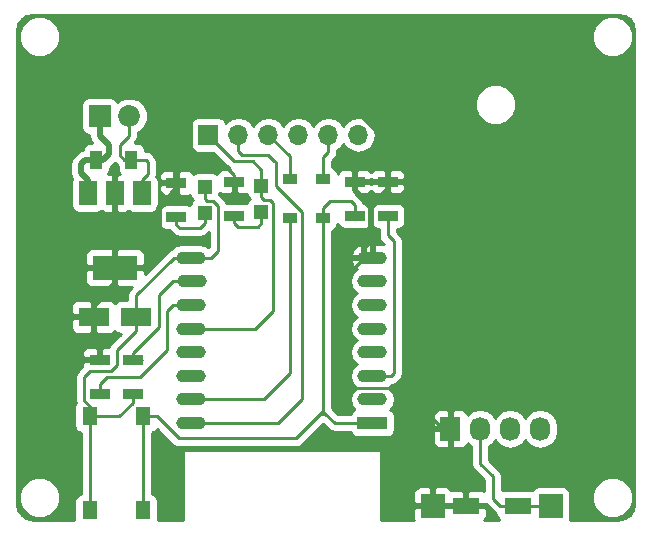
<source format=gbr>
G04 #@! TF.FileFunction,Copper,L1,Top,Signal*
%FSLAX46Y46*%
G04 Gerber Fmt 4.6, Leading zero omitted, Abs format (unit mm)*
G04 Created by KiCad (PCBNEW 4.0.7-e2-6376~61~ubuntu18.04.1) date Sat Jun  9 20:52:15 2018*
%MOMM*%
%LPD*%
G01*
G04 APERTURE LIST*
%ADD10C,0.100000*%
%ADD11R,1.700000X1.700000*%
%ADD12O,1.700000X1.700000*%
%ADD13R,1.700000X0.900000*%
%ADD14R,1.000000X1.600000*%
%ADD15R,2.600000X1.600000*%
%ADD16R,1.200000X1.200000*%
%ADD17R,1.200000X0.900000*%
%ADD18R,1.850000X1.850000*%
%ADD19C,1.850000*%
%ADD20R,2.301240X1.399540*%
%ADD21R,1.998980X1.998980*%
%ADD22R,1.300000X1.550000*%
%ADD23R,1.727200X2.032000*%
%ADD24O,1.727200X2.032000*%
%ADD25R,3.800000X2.000000*%
%ADD26R,1.500000X2.000000*%
%ADD27R,2.500000X1.100000*%
%ADD28O,2.500000X1.100000*%
%ADD29C,0.500000*%
%ADD30C,0.250000*%
%ADD31C,0.254000*%
G04 APERTURE END LIST*
D10*
D11*
X122100000Y-98700000D03*
D12*
X124640000Y-98700000D03*
X127180000Y-98700000D03*
X129720000Y-98700000D03*
X132260000Y-98700000D03*
X134800000Y-98700000D03*
D13*
X119400000Y-102750000D03*
X119400000Y-105650000D03*
D14*
X112600000Y-100800000D03*
X115600000Y-100800000D03*
D15*
X112400000Y-114100000D03*
X116000000Y-114100000D03*
D16*
X121800000Y-105300000D03*
X121800000Y-103100000D03*
D17*
X131800000Y-102450000D03*
X131800000Y-105750000D03*
X129000000Y-102450000D03*
X129000000Y-105750000D03*
D16*
X126600000Y-105200000D03*
X126600000Y-103000000D03*
D18*
X112900000Y-97100000D03*
D19*
X115400000Y-97100000D03*
D13*
X124300000Y-105550000D03*
X124300000Y-102650000D03*
X137300000Y-102650000D03*
X137300000Y-105550000D03*
X112900000Y-117750000D03*
X112900000Y-120650000D03*
X115700000Y-117750000D03*
X115700000Y-120650000D03*
X134500000Y-102650000D03*
X134500000Y-105550000D03*
D20*
X143900360Y-130100000D03*
X148299640Y-130100000D03*
D21*
X141098740Y-130100000D03*
X151101260Y-130100000D03*
D22*
X116550000Y-130480000D03*
X112050000Y-130480000D03*
X112050000Y-122520000D03*
X116550000Y-122520000D03*
D23*
X142590000Y-123600000D03*
D24*
X145130000Y-123600000D03*
X147670000Y-123600000D03*
X150210000Y-123600000D03*
D25*
X114200000Y-109950000D03*
D26*
X114200000Y-103650000D03*
X111900000Y-103650000D03*
X116500000Y-103650000D03*
D27*
X136000000Y-123100000D03*
D28*
X136000000Y-121100000D03*
X136000000Y-119100000D03*
X136000000Y-117100000D03*
X136000000Y-115100000D03*
X136000000Y-113100000D03*
X136000000Y-111100000D03*
X136000000Y-109100000D03*
X120600000Y-109100000D03*
X120700000Y-111100000D03*
X120600000Y-113100000D03*
X120600000Y-115100000D03*
X120600000Y-117100000D03*
X120600000Y-119100000D03*
X120600000Y-121100000D03*
X120600000Y-123100000D03*
D29*
X111900000Y-103650000D02*
X111900000Y-102500000D01*
X111900000Y-102500000D02*
X111300000Y-101900000D01*
X111300000Y-101900000D02*
X111300000Y-101200000D01*
X111300000Y-101200000D02*
X111700000Y-100800000D01*
X111700000Y-100800000D02*
X112600000Y-100800000D01*
X112600000Y-100800000D02*
X113200000Y-100800000D01*
X113200000Y-100800000D02*
X113700000Y-100300000D01*
X113700000Y-100300000D02*
X113700000Y-99600000D01*
X113700000Y-99600000D02*
X112900000Y-98800000D01*
X112900000Y-98800000D02*
X112900000Y-97100000D01*
D30*
X111300000Y-101900000D02*
X111300000Y-101200000D01*
X111900000Y-102500000D02*
X111300000Y-101900000D01*
X111900000Y-103650000D02*
X111900000Y-102700000D01*
X111300000Y-101200000D02*
X111700000Y-100800000D01*
X111700000Y-100800000D02*
X112600000Y-100800000D01*
X112900000Y-98800000D02*
X112900000Y-97100000D01*
X113700000Y-99600000D02*
X112900000Y-98800000D01*
X113700000Y-100300000D02*
X113700000Y-99600000D01*
X113200000Y-100800000D02*
X113700000Y-100300000D01*
X121800000Y-103100000D02*
X121800000Y-104100000D01*
X122300000Y-109100000D02*
X121300000Y-109100000D01*
X122900000Y-108500000D02*
X122300000Y-109100000D01*
X122900000Y-104700000D02*
X122900000Y-108500000D01*
X122500000Y-104300000D02*
X122900000Y-104700000D01*
X122000000Y-104300000D02*
X122500000Y-104300000D01*
X121800000Y-104100000D02*
X122000000Y-104300000D01*
X112050000Y-122520000D02*
X112050000Y-121650000D01*
X111600000Y-119200000D02*
X112100000Y-118700000D01*
X111600000Y-121200000D02*
X111600000Y-119200000D01*
X112050000Y-121650000D02*
X111600000Y-121200000D01*
X112050000Y-122520000D02*
X114580000Y-122520000D01*
X115700000Y-121400000D02*
X115700000Y-120650000D01*
X114580000Y-122520000D02*
X115700000Y-121400000D01*
X116000000Y-112300000D02*
X119200000Y-109100000D01*
X116000000Y-114100000D02*
X116000000Y-112300000D01*
X119200000Y-109100000D02*
X121300000Y-109100000D01*
X117000000Y-101100000D02*
X117000000Y-101000000D01*
X117000000Y-101000000D02*
X116800000Y-100800000D01*
X117000000Y-101500000D02*
X117000000Y-101100000D01*
X116800000Y-100800000D02*
X116600000Y-100800000D01*
X112050000Y-130480000D02*
X112050000Y-122520000D01*
X112050000Y-122520000D02*
X112050000Y-121950000D01*
X114400000Y-116900000D02*
X116000000Y-115300000D01*
X114400000Y-118200000D02*
X114400000Y-116900000D01*
X112100000Y-118700000D02*
X113900000Y-118700000D01*
X113900000Y-118700000D02*
X114400000Y-118200000D01*
X116000000Y-115300000D02*
X116000000Y-114100000D01*
X119350000Y-109100000D02*
X121300000Y-109100000D01*
X116500000Y-103650000D02*
X116500000Y-102500000D01*
X116600000Y-100800000D02*
X115600000Y-100800000D01*
X117000000Y-102000000D02*
X117000000Y-101500000D01*
X116500000Y-102500000D02*
X117000000Y-102000000D01*
X115600000Y-100800000D02*
X115000000Y-100800000D01*
X115400000Y-98800000D02*
X115400000Y-97100000D01*
X114600000Y-99600000D02*
X115400000Y-98800000D01*
X114600000Y-100400000D02*
X114600000Y-99600000D01*
X115000000Y-100800000D02*
X114600000Y-100400000D01*
D29*
X135900000Y-104800000D02*
X134800000Y-103700000D01*
X134500000Y-103400000D02*
X134500000Y-102650000D01*
X134800000Y-103700000D02*
X134500000Y-103400000D01*
X135300000Y-109100000D02*
X135300000Y-108200000D01*
X137300000Y-103400000D02*
X137300000Y-102650000D01*
X135900000Y-104800000D02*
X137300000Y-103400000D01*
X135900000Y-107600000D02*
X135900000Y-104800000D01*
X135300000Y-108200000D02*
X135900000Y-107600000D01*
X137300000Y-102650000D02*
X137300000Y-99200000D01*
X119400000Y-98700000D02*
X121100000Y-97000000D01*
X121100000Y-97000000D02*
X135100000Y-97000000D01*
X119400000Y-101000000D02*
X119400000Y-98700000D01*
X137300000Y-99200000D02*
X135100000Y-97000000D01*
D30*
X119700000Y-101300000D02*
X119400000Y-101600000D01*
X119800000Y-101300000D02*
X119700000Y-101300000D01*
X119700000Y-101300000D02*
X119400000Y-101000000D01*
X124300000Y-102650000D02*
X124300000Y-102100000D01*
X123500000Y-101300000D02*
X119800000Y-101300000D01*
X119800000Y-101300000D02*
X119400000Y-101300000D01*
X124300000Y-102100000D02*
X123500000Y-101300000D01*
D29*
X119400000Y-102750000D02*
X119400000Y-101600000D01*
X119400000Y-101600000D02*
X119400000Y-101300000D01*
X119400000Y-101300000D02*
X119400000Y-101000000D01*
X112400000Y-114100000D02*
X112400000Y-116300000D01*
X112400000Y-116300000D02*
X112900000Y-116800000D01*
X112900000Y-116800000D02*
X112900000Y-117750000D01*
X112400000Y-114100000D02*
X112400000Y-113100000D01*
X112400000Y-113100000D02*
X114200000Y-111300000D01*
X114200000Y-111300000D02*
X114200000Y-109950000D01*
X114200000Y-109950000D02*
X114200000Y-103650000D01*
X114200000Y-109950000D02*
X116750000Y-109950000D01*
X116750000Y-109950000D02*
X117900000Y-108800000D01*
X117900000Y-108800000D02*
X117900000Y-104900000D01*
X117900000Y-104900000D02*
X119400000Y-103400000D01*
X119400000Y-103400000D02*
X119400000Y-102750000D01*
D30*
X137300000Y-102650000D02*
X137300000Y-102800000D01*
X134500000Y-103000000D02*
X134500000Y-102650000D01*
X133600000Y-110800000D02*
X135300000Y-109100000D01*
X133600000Y-119200000D02*
X133600000Y-110800000D01*
X134500000Y-120100000D02*
X133600000Y-119200000D01*
X138500000Y-120100000D02*
X134500000Y-120100000D01*
X142000000Y-123600000D02*
X138500000Y-120100000D01*
X142590000Y-123600000D02*
X142000000Y-123600000D01*
X142590000Y-126810000D02*
X142590000Y-123600000D01*
X141098740Y-128301260D02*
X142590000Y-126810000D01*
X141098740Y-130100000D02*
X141098740Y-128301260D01*
X119300000Y-102750000D02*
X119300000Y-103300000D01*
X117900000Y-104700000D02*
X117900000Y-107200000D01*
X119300000Y-103300000D02*
X117900000Y-104700000D01*
X117900000Y-107200000D02*
X117900000Y-107400000D01*
X117900000Y-107400000D02*
X117900000Y-107600000D01*
X117900000Y-107600000D02*
X117900000Y-108800000D01*
X117900000Y-108800000D02*
X116750000Y-109950000D01*
X112400000Y-113100000D02*
X114200000Y-111300000D01*
X114200000Y-111300000D02*
X114200000Y-109950000D01*
X112900000Y-117750000D02*
X112900000Y-116800000D01*
X112900000Y-116800000D02*
X112400000Y-116300000D01*
X114200000Y-109950000D02*
X114250000Y-109950000D01*
X119300000Y-102750000D02*
X119700000Y-102750000D01*
X112400000Y-114100000D02*
X112400000Y-114800000D01*
X141098740Y-130100000D02*
X141098740Y-129201260D01*
X143900360Y-130100000D02*
X141098740Y-130100000D01*
X119400000Y-105650000D02*
X119400000Y-106300000D01*
X121800000Y-106200000D02*
X121800000Y-105300000D01*
X121400000Y-106600000D02*
X121800000Y-106200000D01*
X119700000Y-106600000D02*
X121400000Y-106600000D01*
X119400000Y-106300000D02*
X119700000Y-106600000D01*
X119400000Y-105650000D02*
X119400000Y-105900000D01*
X121800000Y-105600000D02*
X121800000Y-105300000D01*
X121500000Y-105300000D02*
X121600000Y-105400000D01*
X131800000Y-102450000D02*
X131800000Y-100600000D01*
X132260000Y-100140000D02*
X132260000Y-98700000D01*
X131800000Y-100600000D02*
X132260000Y-100140000D01*
X132200000Y-98760000D02*
X132260000Y-98700000D01*
X116550000Y-122520000D02*
X117720000Y-122520000D01*
X119600000Y-124400000D02*
X119900000Y-124400000D01*
X117720000Y-122520000D02*
X119600000Y-124400000D01*
X131800000Y-105750000D02*
X131800000Y-104900000D01*
X134200000Y-104300000D02*
X134500000Y-104600000D01*
X132400000Y-104300000D02*
X134200000Y-104300000D01*
X131800000Y-104900000D02*
X132400000Y-104300000D01*
X132000000Y-122300000D02*
X131600000Y-122300000D01*
X131700000Y-122300000D02*
X131700000Y-122200000D01*
X131600000Y-122300000D02*
X131700000Y-122300000D01*
X135300000Y-123100000D02*
X132800000Y-123100000D01*
X132800000Y-123100000D02*
X132000000Y-122300000D01*
X132000000Y-122300000D02*
X131800000Y-122100000D01*
X127000000Y-124400000D02*
X129500000Y-124400000D01*
X129500000Y-124400000D02*
X131700000Y-122200000D01*
X119900000Y-124400000D02*
X127000000Y-124400000D01*
X131800000Y-122100000D02*
X131800000Y-119400000D01*
X131700000Y-122200000D02*
X131800000Y-122100000D01*
X131800000Y-105750000D02*
X131800000Y-119400000D01*
X134500000Y-104600000D02*
X134500000Y-105550000D01*
X116550000Y-130480000D02*
X116550000Y-122520000D01*
X127180000Y-99380000D02*
X127180000Y-98700000D01*
X129000000Y-102450000D02*
X129000000Y-100520000D01*
X129000000Y-100520000D02*
X127180000Y-98700000D01*
X127200000Y-98720000D02*
X127180000Y-98700000D01*
X129000000Y-105750000D02*
X129000000Y-118900000D01*
X126800000Y-121100000D02*
X121300000Y-121100000D01*
X129000000Y-118900000D02*
X126800000Y-121100000D01*
X124300000Y-105550000D02*
X124300000Y-106200000D01*
X126600000Y-106200000D02*
X126600000Y-105200000D01*
X126300000Y-106500000D02*
X126600000Y-106200000D01*
X124600000Y-106500000D02*
X126300000Y-106500000D01*
X124300000Y-106200000D02*
X124600000Y-106500000D01*
X127600000Y-105300000D02*
X127600000Y-104500000D01*
X126600000Y-104000000D02*
X126600000Y-103000000D01*
X126800000Y-104200000D02*
X126600000Y-104000000D01*
X127300000Y-104200000D02*
X126800000Y-104200000D01*
X127600000Y-104500000D02*
X127300000Y-104200000D01*
X122400000Y-115100000D02*
X126100000Y-115100000D01*
X127600000Y-113600000D02*
X127600000Y-110400000D01*
X126100000Y-115100000D02*
X127600000Y-113600000D01*
X126600000Y-103000000D02*
X126600000Y-103363602D01*
X127600000Y-105300000D02*
X127600000Y-110400000D01*
X126600000Y-101650000D02*
X125850000Y-100900000D01*
X124300000Y-100900000D02*
X122100000Y-98700000D01*
X126600000Y-103000000D02*
X126600000Y-101650000D01*
X125850000Y-100900000D02*
X124300000Y-100900000D01*
X122400000Y-115100000D02*
X121300000Y-115100000D01*
X121300000Y-115100000D02*
X121600000Y-115100000D01*
X123000000Y-123100000D02*
X128000000Y-123100000D01*
X130000000Y-121100000D02*
X130000000Y-118600000D01*
X128000000Y-123100000D02*
X130000000Y-121100000D01*
X130000000Y-106700000D02*
X130000000Y-105200000D01*
X130000000Y-118600000D02*
X130000000Y-106700000D01*
X124640000Y-100040000D02*
X124640000Y-98700000D01*
X125000000Y-100400000D02*
X124640000Y-100040000D01*
X127200000Y-100400000D02*
X125000000Y-100400000D01*
X127700000Y-100900000D02*
X127200000Y-100400000D01*
X130000000Y-105200000D02*
X127800000Y-103000000D01*
X127800000Y-103000000D02*
X127800000Y-101000000D01*
X127800000Y-101000000D02*
X127700000Y-100900000D01*
X121300000Y-123100000D02*
X123000000Y-123100000D01*
X137300000Y-105550000D02*
X137300000Y-107200000D01*
X137300000Y-107200000D02*
X137800000Y-107700000D01*
X137800000Y-118900000D02*
X137800000Y-107700000D01*
X137600000Y-119100000D02*
X137800000Y-118900000D01*
X135300000Y-119100000D02*
X137600000Y-119100000D01*
X112900000Y-120650000D02*
X112900000Y-119800000D01*
X119100000Y-113100000D02*
X121300000Y-113100000D01*
X113500000Y-119200000D02*
X116300000Y-119200000D01*
X118600000Y-113600000D02*
X119100000Y-113100000D01*
X118600000Y-116900000D02*
X118600000Y-113600000D01*
X116300000Y-119200000D02*
X118600000Y-116900000D01*
X112900000Y-119800000D02*
X113500000Y-119200000D01*
X112900000Y-120650000D02*
X112900000Y-120300000D01*
X120400000Y-113100000D02*
X121300000Y-113100000D01*
X115700000Y-117750000D02*
X115700000Y-117200000D01*
X117900000Y-115000000D02*
X117900000Y-112300000D01*
X115700000Y-117200000D02*
X117900000Y-115000000D01*
X119100000Y-111100000D02*
X121300000Y-111100000D01*
X117900000Y-112300000D02*
X119100000Y-111100000D01*
X115700000Y-117750000D02*
X116450000Y-117750000D01*
X145130000Y-123600000D02*
X145130000Y-126530000D01*
X146800000Y-130100000D02*
X148299640Y-130100000D01*
X146200000Y-129500000D02*
X146800000Y-130100000D01*
X146200000Y-127600000D02*
X146200000Y-129500000D01*
X145130000Y-126530000D02*
X146200000Y-127600000D01*
X148299640Y-130100000D02*
X151101260Y-130100000D01*
D31*
G36*
X157388338Y-88621046D02*
X157802333Y-88897669D01*
X158078953Y-89311660D01*
X158190000Y-89869931D01*
X158190000Y-129930069D01*
X158078953Y-130488340D01*
X157802333Y-130902331D01*
X157388338Y-131178954D01*
X156830069Y-131290000D01*
X152709611Y-131290000D01*
X152748190Y-131099490D01*
X152748190Y-129743599D01*
X154564699Y-129743599D01*
X154828281Y-130381515D01*
X155315918Y-130870004D01*
X155953373Y-131134699D01*
X156643599Y-131135301D01*
X157281515Y-130871719D01*
X157770004Y-130384082D01*
X158034699Y-129746627D01*
X158035301Y-129056401D01*
X157771719Y-128418485D01*
X157284082Y-127929996D01*
X156646627Y-127665301D01*
X155956401Y-127664699D01*
X155318485Y-127928281D01*
X154829996Y-128415918D01*
X154565301Y-129053373D01*
X154564699Y-129743599D01*
X152748190Y-129743599D01*
X152748190Y-129100510D01*
X152703912Y-128865193D01*
X152564840Y-128649069D01*
X152352640Y-128504079D01*
X152100750Y-128453070D01*
X150101770Y-128453070D01*
X149866453Y-128497348D01*
X149650329Y-128636420D01*
X149556163Y-128774236D01*
X149450260Y-128752790D01*
X147149020Y-128752790D01*
X146960000Y-128788357D01*
X146960000Y-127600000D01*
X146902148Y-127309161D01*
X146737401Y-127062599D01*
X145890000Y-126215198D01*
X145890000Y-125044648D01*
X146189670Y-124844415D01*
X146400000Y-124529634D01*
X146610330Y-124844415D01*
X147096511Y-125169271D01*
X147670000Y-125283345D01*
X148243489Y-125169271D01*
X148729670Y-124844415D01*
X148940000Y-124529634D01*
X149150330Y-124844415D01*
X149636511Y-125169271D01*
X150210000Y-125283345D01*
X150783489Y-125169271D01*
X151269670Y-124844415D01*
X151594526Y-124358234D01*
X151708600Y-123784745D01*
X151708600Y-123415255D01*
X151594526Y-122841766D01*
X151269670Y-122355585D01*
X150783489Y-122030729D01*
X150210000Y-121916655D01*
X149636511Y-122030729D01*
X149150330Y-122355585D01*
X148940000Y-122670366D01*
X148729670Y-122355585D01*
X148243489Y-122030729D01*
X147670000Y-121916655D01*
X147096511Y-122030729D01*
X146610330Y-122355585D01*
X146400000Y-122670366D01*
X146189670Y-122355585D01*
X145703489Y-122030729D01*
X145130000Y-121916655D01*
X144556511Y-122030729D01*
X144070330Y-122355585D01*
X144055500Y-122377780D01*
X143991927Y-122224302D01*
X143813299Y-122045673D01*
X143579910Y-121949000D01*
X142875750Y-121949000D01*
X142717000Y-122107750D01*
X142717000Y-123473000D01*
X142737000Y-123473000D01*
X142737000Y-123727000D01*
X142717000Y-123727000D01*
X142717000Y-125092250D01*
X142875750Y-125251000D01*
X143579910Y-125251000D01*
X143813299Y-125154327D01*
X143991927Y-124975698D01*
X144055500Y-124822220D01*
X144070330Y-124844415D01*
X144370000Y-125044648D01*
X144370000Y-126530000D01*
X144427852Y-126820839D01*
X144592599Y-127067401D01*
X145440000Y-127914802D01*
X145440000Y-128891225D01*
X145410678Y-128861903D01*
X145177289Y-128765230D01*
X144186110Y-128765230D01*
X144027360Y-128923980D01*
X144027360Y-129973000D01*
X145527230Y-129973000D01*
X145582582Y-129917648D01*
X145662599Y-130037401D01*
X146262599Y-130637401D01*
X146501580Y-130797083D01*
X146501580Y-130799770D01*
X146545858Y-131035087D01*
X146684930Y-131251211D01*
X146741700Y-131290000D01*
X145458775Y-131290000D01*
X145589307Y-131159469D01*
X145685980Y-130926080D01*
X145685980Y-130385750D01*
X145527230Y-130227000D01*
X144027360Y-130227000D01*
X144027360Y-130247000D01*
X143773360Y-130247000D01*
X143773360Y-130227000D01*
X141225740Y-130227000D01*
X141225740Y-130247000D01*
X140971740Y-130247000D01*
X140971740Y-130227000D01*
X139623000Y-130227000D01*
X139464250Y-130385750D01*
X139464250Y-131225800D01*
X139490843Y-131290000D01*
X136727000Y-131290000D01*
X136727000Y-128974200D01*
X139464250Y-128974200D01*
X139464250Y-129814250D01*
X139623000Y-129973000D01*
X140971740Y-129973000D01*
X140971740Y-128624260D01*
X141225740Y-128624260D01*
X141225740Y-129973000D01*
X143773360Y-129973000D01*
X143773360Y-128923980D01*
X143614610Y-128765230D01*
X142646672Y-128765230D01*
X142636557Y-128740811D01*
X142457928Y-128562183D01*
X142224539Y-128465510D01*
X141384490Y-128465510D01*
X141225740Y-128624260D01*
X140971740Y-128624260D01*
X140812990Y-128465510D01*
X139972941Y-128465510D01*
X139739552Y-128562183D01*
X139560923Y-128740811D01*
X139464250Y-128974200D01*
X136727000Y-128974200D01*
X136727000Y-125500000D01*
X136718315Y-125453841D01*
X136691035Y-125411447D01*
X136649410Y-125383006D01*
X136600000Y-125373000D01*
X120100000Y-125373000D01*
X120053841Y-125381685D01*
X120011447Y-125408965D01*
X119983006Y-125450590D01*
X119973000Y-125500000D01*
X119973000Y-131290000D01*
X117840352Y-131290000D01*
X117847440Y-131255000D01*
X117847440Y-129705000D01*
X117803162Y-129469683D01*
X117664090Y-129253559D01*
X117451890Y-129108569D01*
X117310000Y-129079836D01*
X117310000Y-123921742D01*
X117435317Y-123898162D01*
X117651441Y-123759090D01*
X117745958Y-123620760D01*
X119062598Y-124937401D01*
X119227345Y-125047480D01*
X119309161Y-125102148D01*
X119600000Y-125160000D01*
X129500000Y-125160000D01*
X129790839Y-125102148D01*
X130037401Y-124937401D01*
X131800000Y-123174802D01*
X132262599Y-123637401D01*
X132509161Y-123802148D01*
X132800000Y-123860000D01*
X134142074Y-123860000D01*
X134146838Y-123885317D01*
X134285910Y-124101441D01*
X134498110Y-124246431D01*
X134750000Y-124297440D01*
X137250000Y-124297440D01*
X137485317Y-124253162D01*
X137701441Y-124114090D01*
X137846431Y-123901890D01*
X137849699Y-123885750D01*
X141091400Y-123885750D01*
X141091400Y-124742309D01*
X141188073Y-124975698D01*
X141366701Y-125154327D01*
X141600090Y-125251000D01*
X142304250Y-125251000D01*
X142463000Y-125092250D01*
X142463000Y-123727000D01*
X141250150Y-123727000D01*
X141091400Y-123885750D01*
X137849699Y-123885750D01*
X137897440Y-123650000D01*
X137897440Y-122550000D01*
X137880071Y-122457691D01*
X141091400Y-122457691D01*
X141091400Y-123314250D01*
X141250150Y-123473000D01*
X142463000Y-123473000D01*
X142463000Y-122107750D01*
X142304250Y-121949000D01*
X141600090Y-121949000D01*
X141366701Y-122045673D01*
X141188073Y-122224302D01*
X141091400Y-122457691D01*
X137880071Y-122457691D01*
X137853162Y-122314683D01*
X137714090Y-122098559D01*
X137526385Y-121970306D01*
X137574851Y-121937922D01*
X137831726Y-121553480D01*
X137921929Y-121100000D01*
X137831726Y-120646520D01*
X137574851Y-120262078D01*
X137332283Y-120100000D01*
X137574851Y-119937922D01*
X137631042Y-119853825D01*
X137890839Y-119802148D01*
X138137401Y-119637401D01*
X138337401Y-119437401D01*
X138502148Y-119190839D01*
X138560000Y-118900000D01*
X138560000Y-107700000D01*
X138502148Y-107409161D01*
X138337401Y-107162599D01*
X138060000Y-106885198D01*
X138060000Y-106647440D01*
X138150000Y-106647440D01*
X138385317Y-106603162D01*
X138601441Y-106464090D01*
X138746431Y-106251890D01*
X138797440Y-106000000D01*
X138797440Y-105100000D01*
X138753162Y-104864683D01*
X138614090Y-104648559D01*
X138401890Y-104503569D01*
X138150000Y-104452560D01*
X136450000Y-104452560D01*
X136214683Y-104496838D01*
X135998559Y-104635910D01*
X135899367Y-104781083D01*
X135814090Y-104648559D01*
X135601890Y-104503569D01*
X135350000Y-104452560D01*
X135230672Y-104452560D01*
X135202148Y-104309161D01*
X135037401Y-104062599D01*
X134737401Y-103762599D01*
X134627002Y-103688833D01*
X134627002Y-103576252D01*
X134785750Y-103735000D01*
X135476310Y-103735000D01*
X135709699Y-103638327D01*
X135888327Y-103459698D01*
X135900000Y-103431517D01*
X135911673Y-103459698D01*
X136090301Y-103638327D01*
X136323690Y-103735000D01*
X137014250Y-103735000D01*
X137173000Y-103576250D01*
X137173000Y-102777000D01*
X137427000Y-102777000D01*
X137427000Y-103576250D01*
X137585750Y-103735000D01*
X138276310Y-103735000D01*
X138509699Y-103638327D01*
X138688327Y-103459698D01*
X138785000Y-103226309D01*
X138785000Y-102935750D01*
X138626250Y-102777000D01*
X137427000Y-102777000D01*
X137173000Y-102777000D01*
X135973750Y-102777000D01*
X135900000Y-102850750D01*
X135826250Y-102777000D01*
X134627000Y-102777000D01*
X134627000Y-102797000D01*
X134373000Y-102797000D01*
X134373000Y-102777000D01*
X134353000Y-102777000D01*
X134353000Y-102523000D01*
X134373000Y-102523000D01*
X134373000Y-101723750D01*
X134627000Y-101723750D01*
X134627000Y-102523000D01*
X135826250Y-102523000D01*
X135900000Y-102449250D01*
X135973750Y-102523000D01*
X137173000Y-102523000D01*
X137173000Y-101723750D01*
X137427000Y-101723750D01*
X137427000Y-102523000D01*
X138626250Y-102523000D01*
X138785000Y-102364250D01*
X138785000Y-102073691D01*
X138688327Y-101840302D01*
X138509699Y-101661673D01*
X138276310Y-101565000D01*
X137585750Y-101565000D01*
X137427000Y-101723750D01*
X137173000Y-101723750D01*
X137014250Y-101565000D01*
X136323690Y-101565000D01*
X136090301Y-101661673D01*
X135911673Y-101840302D01*
X135900000Y-101868483D01*
X135888327Y-101840302D01*
X135709699Y-101661673D01*
X135476310Y-101565000D01*
X134785750Y-101565000D01*
X134627000Y-101723750D01*
X134373000Y-101723750D01*
X134214250Y-101565000D01*
X133523690Y-101565000D01*
X133290301Y-101661673D01*
X133111673Y-101840302D01*
X133046841Y-101996819D01*
X133003162Y-101764683D01*
X132864090Y-101548559D01*
X132651890Y-101403569D01*
X132560000Y-101384961D01*
X132560000Y-100914802D01*
X132797401Y-100677401D01*
X132962148Y-100430840D01*
X133020000Y-100140000D01*
X133020000Y-99972954D01*
X133310054Y-99779147D01*
X133530000Y-99449974D01*
X133749946Y-99779147D01*
X134231715Y-100101054D01*
X134800000Y-100214093D01*
X135368285Y-100101054D01*
X135850054Y-99779147D01*
X136171961Y-99297378D01*
X136285000Y-98729093D01*
X136285000Y-98670907D01*
X136171961Y-98102622D01*
X135850054Y-97620853D01*
X135368285Y-97298946D01*
X134800000Y-97185907D01*
X134231715Y-97298946D01*
X133749946Y-97620853D01*
X133530000Y-97950026D01*
X133310054Y-97620853D01*
X132828285Y-97298946D01*
X132260000Y-97185907D01*
X131691715Y-97298946D01*
X131209946Y-97620853D01*
X130990000Y-97950026D01*
X130770054Y-97620853D01*
X130288285Y-97298946D01*
X129720000Y-97185907D01*
X129151715Y-97298946D01*
X128669946Y-97620853D01*
X128450000Y-97950026D01*
X128230054Y-97620853D01*
X127748285Y-97298946D01*
X127180000Y-97185907D01*
X126611715Y-97298946D01*
X126129946Y-97620853D01*
X125910000Y-97950026D01*
X125690054Y-97620853D01*
X125208285Y-97298946D01*
X124640000Y-97185907D01*
X124071715Y-97298946D01*
X123589946Y-97620853D01*
X123562150Y-97662452D01*
X123553162Y-97614683D01*
X123414090Y-97398559D01*
X123201890Y-97253569D01*
X122950000Y-97202560D01*
X121250000Y-97202560D01*
X121014683Y-97246838D01*
X120798559Y-97385910D01*
X120653569Y-97598110D01*
X120602560Y-97850000D01*
X120602560Y-99550000D01*
X120646838Y-99785317D01*
X120785910Y-100001441D01*
X120998110Y-100146431D01*
X121250000Y-100197440D01*
X122522638Y-100197440D01*
X123762599Y-101437401D01*
X123953565Y-101565000D01*
X123323690Y-101565000D01*
X123090301Y-101661673D01*
X122911673Y-101840302D01*
X122833942Y-102027960D01*
X122651890Y-101903569D01*
X122400000Y-101852560D01*
X121200000Y-101852560D01*
X120964683Y-101896838D01*
X120811226Y-101995585D01*
X120788327Y-101940302D01*
X120609699Y-101761673D01*
X120376310Y-101665000D01*
X119685750Y-101665000D01*
X119527000Y-101823750D01*
X119527000Y-102623000D01*
X119547000Y-102623000D01*
X119547000Y-102877000D01*
X119527000Y-102877000D01*
X119527000Y-103676250D01*
X119685750Y-103835000D01*
X120376310Y-103835000D01*
X120563382Y-103757512D01*
X120596838Y-103935317D01*
X120735910Y-104151441D01*
X120805711Y-104199134D01*
X120748559Y-104235910D01*
X120603569Y-104448110D01*
X120563555Y-104645703D01*
X120501890Y-104603569D01*
X120250000Y-104552560D01*
X118550000Y-104552560D01*
X118314683Y-104596838D01*
X118098559Y-104735910D01*
X117953569Y-104948110D01*
X117902560Y-105200000D01*
X117902560Y-106100000D01*
X117946838Y-106335317D01*
X118085910Y-106551441D01*
X118298110Y-106696431D01*
X118550000Y-106747440D01*
X118802489Y-106747440D01*
X118862599Y-106837401D01*
X119162599Y-107137401D01*
X119409161Y-107302148D01*
X119700000Y-107360000D01*
X121400000Y-107360000D01*
X121690839Y-107302148D01*
X121937401Y-107137401D01*
X122140000Y-106934802D01*
X122140000Y-108185198D01*
X122107873Y-108217325D01*
X121790409Y-108005203D01*
X121336929Y-107915000D01*
X119863071Y-107915000D01*
X119409591Y-108005203D01*
X119025149Y-108262078D01*
X118938301Y-108392055D01*
X118909160Y-108397852D01*
X118662599Y-108562599D01*
X116735000Y-110490198D01*
X116735000Y-110235750D01*
X116576250Y-110077000D01*
X114327000Y-110077000D01*
X114327000Y-111426250D01*
X114485750Y-111585000D01*
X115640198Y-111585000D01*
X115462599Y-111762599D01*
X115297852Y-112009161D01*
X115240000Y-112300000D01*
X115240000Y-112652560D01*
X114700000Y-112652560D01*
X114464683Y-112696838D01*
X114248559Y-112835910D01*
X114202031Y-112904006D01*
X114059698Y-112761673D01*
X113826309Y-112665000D01*
X112685750Y-112665000D01*
X112527000Y-112823750D01*
X112527000Y-113973000D01*
X112547000Y-113973000D01*
X112547000Y-114227000D01*
X112527000Y-114227000D01*
X112527000Y-115376250D01*
X112685750Y-115535000D01*
X113826309Y-115535000D01*
X114059698Y-115438327D01*
X114200936Y-115297090D01*
X114235910Y-115351441D01*
X114448110Y-115496431D01*
X114681504Y-115543694D01*
X113862599Y-116362599D01*
X113697852Y-116609161D01*
X113686745Y-116665000D01*
X113185750Y-116665000D01*
X113027000Y-116823750D01*
X113027000Y-117623000D01*
X113047000Y-117623000D01*
X113047000Y-117877000D01*
X113027000Y-117877000D01*
X113027000Y-117897000D01*
X112773000Y-117897000D01*
X112773000Y-117877000D01*
X111573750Y-117877000D01*
X111415000Y-118035750D01*
X111415000Y-118310198D01*
X111062599Y-118662599D01*
X110897852Y-118909161D01*
X110840000Y-119200000D01*
X110840000Y-121200000D01*
X110876943Y-121385723D01*
X110803569Y-121493110D01*
X110752560Y-121745000D01*
X110752560Y-123295000D01*
X110796838Y-123530317D01*
X110935910Y-123746441D01*
X111148110Y-123891431D01*
X111290000Y-123920164D01*
X111290000Y-129078258D01*
X111164683Y-129101838D01*
X110948559Y-129240910D01*
X110803569Y-129453110D01*
X110752560Y-129705000D01*
X110752560Y-131255000D01*
X110759146Y-131290000D01*
X107269931Y-131290000D01*
X106711660Y-131178953D01*
X106297669Y-130902333D01*
X106021046Y-130488338D01*
X105910000Y-129930069D01*
X105910000Y-129743599D01*
X106064699Y-129743599D01*
X106328281Y-130381515D01*
X106815918Y-130870004D01*
X107453373Y-131134699D01*
X108143599Y-131135301D01*
X108781515Y-130871719D01*
X109270004Y-130384082D01*
X109534699Y-129746627D01*
X109535301Y-129056401D01*
X109271719Y-128418485D01*
X108784082Y-127929996D01*
X108146627Y-127665301D01*
X107456401Y-127664699D01*
X106818485Y-127928281D01*
X106329996Y-128415918D01*
X106065301Y-129053373D01*
X106064699Y-129743599D01*
X105910000Y-129743599D01*
X105910000Y-117173691D01*
X111415000Y-117173691D01*
X111415000Y-117464250D01*
X111573750Y-117623000D01*
X112773000Y-117623000D01*
X112773000Y-116823750D01*
X112614250Y-116665000D01*
X111923690Y-116665000D01*
X111690301Y-116761673D01*
X111511673Y-116940302D01*
X111415000Y-117173691D01*
X105910000Y-117173691D01*
X105910000Y-114385750D01*
X110465000Y-114385750D01*
X110465000Y-115026310D01*
X110561673Y-115259699D01*
X110740302Y-115438327D01*
X110973691Y-115535000D01*
X112114250Y-115535000D01*
X112273000Y-115376250D01*
X112273000Y-114227000D01*
X110623750Y-114227000D01*
X110465000Y-114385750D01*
X105910000Y-114385750D01*
X105910000Y-113173690D01*
X110465000Y-113173690D01*
X110465000Y-113814250D01*
X110623750Y-113973000D01*
X112273000Y-113973000D01*
X112273000Y-112823750D01*
X112114250Y-112665000D01*
X110973691Y-112665000D01*
X110740302Y-112761673D01*
X110561673Y-112940301D01*
X110465000Y-113173690D01*
X105910000Y-113173690D01*
X105910000Y-110235750D01*
X111665000Y-110235750D01*
X111665000Y-111076309D01*
X111761673Y-111309698D01*
X111940301Y-111488327D01*
X112173690Y-111585000D01*
X113914250Y-111585000D01*
X114073000Y-111426250D01*
X114073000Y-110077000D01*
X111823750Y-110077000D01*
X111665000Y-110235750D01*
X105910000Y-110235750D01*
X105910000Y-108823691D01*
X111665000Y-108823691D01*
X111665000Y-109664250D01*
X111823750Y-109823000D01*
X114073000Y-109823000D01*
X114073000Y-108473750D01*
X114327000Y-108473750D01*
X114327000Y-109823000D01*
X116576250Y-109823000D01*
X116735000Y-109664250D01*
X116735000Y-108823691D01*
X116638327Y-108590302D01*
X116459699Y-108411673D01*
X116226310Y-108315000D01*
X114485750Y-108315000D01*
X114327000Y-108473750D01*
X114073000Y-108473750D01*
X113914250Y-108315000D01*
X112173690Y-108315000D01*
X111940301Y-108411673D01*
X111761673Y-108590302D01*
X111665000Y-108823691D01*
X105910000Y-108823691D01*
X105910000Y-101200000D01*
X110414999Y-101200000D01*
X110415000Y-101200005D01*
X110415000Y-101899995D01*
X110414999Y-101900000D01*
X110464352Y-102148110D01*
X110482367Y-102238675D01*
X110571431Y-102371969D01*
X110553569Y-102398110D01*
X110502560Y-102650000D01*
X110502560Y-104650000D01*
X110546838Y-104885317D01*
X110685910Y-105101441D01*
X110898110Y-105246431D01*
X111150000Y-105297440D01*
X112650000Y-105297440D01*
X112885317Y-105253162D01*
X113049492Y-105147518D01*
X113090301Y-105188327D01*
X113323690Y-105285000D01*
X113914250Y-105285000D01*
X114073000Y-105126250D01*
X114073000Y-103777000D01*
X114053000Y-103777000D01*
X114053000Y-103523000D01*
X114073000Y-103523000D01*
X114073000Y-102173750D01*
X113914250Y-102015000D01*
X113584983Y-102015000D01*
X113696431Y-101851890D01*
X113747440Y-101600000D01*
X113747440Y-101478141D01*
X113825790Y-101425790D01*
X114188389Y-101063191D01*
X114452560Y-101327362D01*
X114452560Y-101600000D01*
X114496838Y-101835317D01*
X114612461Y-102015000D01*
X114485750Y-102015000D01*
X114327000Y-102173750D01*
X114327000Y-103523000D01*
X114347000Y-103523000D01*
X114347000Y-103777000D01*
X114327000Y-103777000D01*
X114327000Y-105126250D01*
X114485750Y-105285000D01*
X115076310Y-105285000D01*
X115309699Y-105188327D01*
X115351660Y-105146366D01*
X115498110Y-105246431D01*
X115750000Y-105297440D01*
X117250000Y-105297440D01*
X117485317Y-105253162D01*
X117701441Y-105114090D01*
X117846431Y-104901890D01*
X117897440Y-104650000D01*
X117897440Y-103035750D01*
X117915000Y-103035750D01*
X117915000Y-103326309D01*
X118011673Y-103559698D01*
X118190301Y-103738327D01*
X118423690Y-103835000D01*
X119114250Y-103835000D01*
X119273000Y-103676250D01*
X119273000Y-102877000D01*
X118073750Y-102877000D01*
X117915000Y-103035750D01*
X117897440Y-103035750D01*
X117897440Y-102650000D01*
X117853162Y-102414683D01*
X117718989Y-102206173D01*
X117725450Y-102173691D01*
X117915000Y-102173691D01*
X117915000Y-102464250D01*
X118073750Y-102623000D01*
X119273000Y-102623000D01*
X119273000Y-101823750D01*
X119114250Y-101665000D01*
X118423690Y-101665000D01*
X118190301Y-101761673D01*
X118011673Y-101940302D01*
X117915000Y-102173691D01*
X117725450Y-102173691D01*
X117760000Y-102000000D01*
X117760000Y-101000000D01*
X117702148Y-100709161D01*
X117537401Y-100462599D01*
X117337401Y-100262599D01*
X117090839Y-100097852D01*
X116800000Y-100040000D01*
X116747440Y-100040000D01*
X116747440Y-100000000D01*
X116703162Y-99764683D01*
X116564090Y-99548559D01*
X116351890Y-99403569D01*
X116100000Y-99352560D01*
X115922242Y-99352560D01*
X115937401Y-99337401D01*
X116102148Y-99090839D01*
X116160000Y-98800000D01*
X116160000Y-98473897D01*
X116282514Y-98423275D01*
X116721732Y-97984823D01*
X116959728Y-97411664D01*
X116960270Y-96791058D01*
X116816703Y-96443599D01*
X144664699Y-96443599D01*
X144928281Y-97081515D01*
X145415918Y-97570004D01*
X146053373Y-97834699D01*
X146743599Y-97835301D01*
X147381515Y-97571719D01*
X147870004Y-97084082D01*
X148134699Y-96446627D01*
X148135301Y-95756401D01*
X147871719Y-95118485D01*
X147384082Y-94629996D01*
X146746627Y-94365301D01*
X146056401Y-94364699D01*
X145418485Y-94628281D01*
X144929996Y-95115918D01*
X144665301Y-95753373D01*
X144664699Y-96443599D01*
X116816703Y-96443599D01*
X116723275Y-96217486D01*
X116284823Y-95778268D01*
X115711664Y-95540272D01*
X115091058Y-95539730D01*
X114517486Y-95776725D01*
X114399251Y-95894754D01*
X114289090Y-95723559D01*
X114076890Y-95578569D01*
X113825000Y-95527560D01*
X111975000Y-95527560D01*
X111739683Y-95571838D01*
X111523559Y-95710910D01*
X111378569Y-95923110D01*
X111327560Y-96175000D01*
X111327560Y-98025000D01*
X111371838Y-98260317D01*
X111510910Y-98476441D01*
X111723110Y-98621431D01*
X111975000Y-98672440D01*
X112015000Y-98672440D01*
X112015000Y-98799995D01*
X112014999Y-98800000D01*
X112064895Y-99050839D01*
X112082367Y-99138675D01*
X112225280Y-99352560D01*
X112100000Y-99352560D01*
X111864683Y-99396838D01*
X111648559Y-99535910D01*
X111503569Y-99748110D01*
X111460110Y-99962717D01*
X111361325Y-99982367D01*
X111074210Y-100174210D01*
X111074208Y-100174213D01*
X110674210Y-100574210D01*
X110482367Y-100861325D01*
X110482367Y-100861326D01*
X110414999Y-101200000D01*
X105910000Y-101200000D01*
X105910000Y-90743599D01*
X106064699Y-90743599D01*
X106328281Y-91381515D01*
X106815918Y-91870004D01*
X107453373Y-92134699D01*
X108143599Y-92135301D01*
X108781515Y-91871719D01*
X109270004Y-91384082D01*
X109534699Y-90746627D01*
X109534701Y-90743599D01*
X154564699Y-90743599D01*
X154828281Y-91381515D01*
X155315918Y-91870004D01*
X155953373Y-92134699D01*
X156643599Y-92135301D01*
X157281515Y-91871719D01*
X157770004Y-91384082D01*
X158034699Y-90746627D01*
X158035301Y-90056401D01*
X157771719Y-89418485D01*
X157284082Y-88929996D01*
X156646627Y-88665301D01*
X155956401Y-88664699D01*
X155318485Y-88928281D01*
X154829996Y-89415918D01*
X154565301Y-90053373D01*
X154564699Y-90743599D01*
X109534701Y-90743599D01*
X109535301Y-90056401D01*
X109271719Y-89418485D01*
X108784082Y-88929996D01*
X108146627Y-88665301D01*
X107456401Y-88664699D01*
X106818485Y-88928281D01*
X106329996Y-89415918D01*
X106065301Y-90053373D01*
X106064699Y-90743599D01*
X105910000Y-90743599D01*
X105910000Y-89869931D01*
X106021046Y-89311662D01*
X106297669Y-88897667D01*
X106711660Y-88621047D01*
X107269931Y-88510000D01*
X156830069Y-88510000D01*
X157388338Y-88621046D01*
X157388338Y-88621046D01*
G37*
X157388338Y-88621046D02*
X157802333Y-88897669D01*
X158078953Y-89311660D01*
X158190000Y-89869931D01*
X158190000Y-129930069D01*
X158078953Y-130488340D01*
X157802333Y-130902331D01*
X157388338Y-131178954D01*
X156830069Y-131290000D01*
X152709611Y-131290000D01*
X152748190Y-131099490D01*
X152748190Y-129743599D01*
X154564699Y-129743599D01*
X154828281Y-130381515D01*
X155315918Y-130870004D01*
X155953373Y-131134699D01*
X156643599Y-131135301D01*
X157281515Y-130871719D01*
X157770004Y-130384082D01*
X158034699Y-129746627D01*
X158035301Y-129056401D01*
X157771719Y-128418485D01*
X157284082Y-127929996D01*
X156646627Y-127665301D01*
X155956401Y-127664699D01*
X155318485Y-127928281D01*
X154829996Y-128415918D01*
X154565301Y-129053373D01*
X154564699Y-129743599D01*
X152748190Y-129743599D01*
X152748190Y-129100510D01*
X152703912Y-128865193D01*
X152564840Y-128649069D01*
X152352640Y-128504079D01*
X152100750Y-128453070D01*
X150101770Y-128453070D01*
X149866453Y-128497348D01*
X149650329Y-128636420D01*
X149556163Y-128774236D01*
X149450260Y-128752790D01*
X147149020Y-128752790D01*
X146960000Y-128788357D01*
X146960000Y-127600000D01*
X146902148Y-127309161D01*
X146737401Y-127062599D01*
X145890000Y-126215198D01*
X145890000Y-125044648D01*
X146189670Y-124844415D01*
X146400000Y-124529634D01*
X146610330Y-124844415D01*
X147096511Y-125169271D01*
X147670000Y-125283345D01*
X148243489Y-125169271D01*
X148729670Y-124844415D01*
X148940000Y-124529634D01*
X149150330Y-124844415D01*
X149636511Y-125169271D01*
X150210000Y-125283345D01*
X150783489Y-125169271D01*
X151269670Y-124844415D01*
X151594526Y-124358234D01*
X151708600Y-123784745D01*
X151708600Y-123415255D01*
X151594526Y-122841766D01*
X151269670Y-122355585D01*
X150783489Y-122030729D01*
X150210000Y-121916655D01*
X149636511Y-122030729D01*
X149150330Y-122355585D01*
X148940000Y-122670366D01*
X148729670Y-122355585D01*
X148243489Y-122030729D01*
X147670000Y-121916655D01*
X147096511Y-122030729D01*
X146610330Y-122355585D01*
X146400000Y-122670366D01*
X146189670Y-122355585D01*
X145703489Y-122030729D01*
X145130000Y-121916655D01*
X144556511Y-122030729D01*
X144070330Y-122355585D01*
X144055500Y-122377780D01*
X143991927Y-122224302D01*
X143813299Y-122045673D01*
X143579910Y-121949000D01*
X142875750Y-121949000D01*
X142717000Y-122107750D01*
X142717000Y-123473000D01*
X142737000Y-123473000D01*
X142737000Y-123727000D01*
X142717000Y-123727000D01*
X142717000Y-125092250D01*
X142875750Y-125251000D01*
X143579910Y-125251000D01*
X143813299Y-125154327D01*
X143991927Y-124975698D01*
X144055500Y-124822220D01*
X144070330Y-124844415D01*
X144370000Y-125044648D01*
X144370000Y-126530000D01*
X144427852Y-126820839D01*
X144592599Y-127067401D01*
X145440000Y-127914802D01*
X145440000Y-128891225D01*
X145410678Y-128861903D01*
X145177289Y-128765230D01*
X144186110Y-128765230D01*
X144027360Y-128923980D01*
X144027360Y-129973000D01*
X145527230Y-129973000D01*
X145582582Y-129917648D01*
X145662599Y-130037401D01*
X146262599Y-130637401D01*
X146501580Y-130797083D01*
X146501580Y-130799770D01*
X146545858Y-131035087D01*
X146684930Y-131251211D01*
X146741700Y-131290000D01*
X145458775Y-131290000D01*
X145589307Y-131159469D01*
X145685980Y-130926080D01*
X145685980Y-130385750D01*
X145527230Y-130227000D01*
X144027360Y-130227000D01*
X144027360Y-130247000D01*
X143773360Y-130247000D01*
X143773360Y-130227000D01*
X141225740Y-130227000D01*
X141225740Y-130247000D01*
X140971740Y-130247000D01*
X140971740Y-130227000D01*
X139623000Y-130227000D01*
X139464250Y-130385750D01*
X139464250Y-131225800D01*
X139490843Y-131290000D01*
X136727000Y-131290000D01*
X136727000Y-128974200D01*
X139464250Y-128974200D01*
X139464250Y-129814250D01*
X139623000Y-129973000D01*
X140971740Y-129973000D01*
X140971740Y-128624260D01*
X141225740Y-128624260D01*
X141225740Y-129973000D01*
X143773360Y-129973000D01*
X143773360Y-128923980D01*
X143614610Y-128765230D01*
X142646672Y-128765230D01*
X142636557Y-128740811D01*
X142457928Y-128562183D01*
X142224539Y-128465510D01*
X141384490Y-128465510D01*
X141225740Y-128624260D01*
X140971740Y-128624260D01*
X140812990Y-128465510D01*
X139972941Y-128465510D01*
X139739552Y-128562183D01*
X139560923Y-128740811D01*
X139464250Y-128974200D01*
X136727000Y-128974200D01*
X136727000Y-125500000D01*
X136718315Y-125453841D01*
X136691035Y-125411447D01*
X136649410Y-125383006D01*
X136600000Y-125373000D01*
X120100000Y-125373000D01*
X120053841Y-125381685D01*
X120011447Y-125408965D01*
X119983006Y-125450590D01*
X119973000Y-125500000D01*
X119973000Y-131290000D01*
X117840352Y-131290000D01*
X117847440Y-131255000D01*
X117847440Y-129705000D01*
X117803162Y-129469683D01*
X117664090Y-129253559D01*
X117451890Y-129108569D01*
X117310000Y-129079836D01*
X117310000Y-123921742D01*
X117435317Y-123898162D01*
X117651441Y-123759090D01*
X117745958Y-123620760D01*
X119062598Y-124937401D01*
X119227345Y-125047480D01*
X119309161Y-125102148D01*
X119600000Y-125160000D01*
X129500000Y-125160000D01*
X129790839Y-125102148D01*
X130037401Y-124937401D01*
X131800000Y-123174802D01*
X132262599Y-123637401D01*
X132509161Y-123802148D01*
X132800000Y-123860000D01*
X134142074Y-123860000D01*
X134146838Y-123885317D01*
X134285910Y-124101441D01*
X134498110Y-124246431D01*
X134750000Y-124297440D01*
X137250000Y-124297440D01*
X137485317Y-124253162D01*
X137701441Y-124114090D01*
X137846431Y-123901890D01*
X137849699Y-123885750D01*
X141091400Y-123885750D01*
X141091400Y-124742309D01*
X141188073Y-124975698D01*
X141366701Y-125154327D01*
X141600090Y-125251000D01*
X142304250Y-125251000D01*
X142463000Y-125092250D01*
X142463000Y-123727000D01*
X141250150Y-123727000D01*
X141091400Y-123885750D01*
X137849699Y-123885750D01*
X137897440Y-123650000D01*
X137897440Y-122550000D01*
X137880071Y-122457691D01*
X141091400Y-122457691D01*
X141091400Y-123314250D01*
X141250150Y-123473000D01*
X142463000Y-123473000D01*
X142463000Y-122107750D01*
X142304250Y-121949000D01*
X141600090Y-121949000D01*
X141366701Y-122045673D01*
X141188073Y-122224302D01*
X141091400Y-122457691D01*
X137880071Y-122457691D01*
X137853162Y-122314683D01*
X137714090Y-122098559D01*
X137526385Y-121970306D01*
X137574851Y-121937922D01*
X137831726Y-121553480D01*
X137921929Y-121100000D01*
X137831726Y-120646520D01*
X137574851Y-120262078D01*
X137332283Y-120100000D01*
X137574851Y-119937922D01*
X137631042Y-119853825D01*
X137890839Y-119802148D01*
X138137401Y-119637401D01*
X138337401Y-119437401D01*
X138502148Y-119190839D01*
X138560000Y-118900000D01*
X138560000Y-107700000D01*
X138502148Y-107409161D01*
X138337401Y-107162599D01*
X138060000Y-106885198D01*
X138060000Y-106647440D01*
X138150000Y-106647440D01*
X138385317Y-106603162D01*
X138601441Y-106464090D01*
X138746431Y-106251890D01*
X138797440Y-106000000D01*
X138797440Y-105100000D01*
X138753162Y-104864683D01*
X138614090Y-104648559D01*
X138401890Y-104503569D01*
X138150000Y-104452560D01*
X136450000Y-104452560D01*
X136214683Y-104496838D01*
X135998559Y-104635910D01*
X135899367Y-104781083D01*
X135814090Y-104648559D01*
X135601890Y-104503569D01*
X135350000Y-104452560D01*
X135230672Y-104452560D01*
X135202148Y-104309161D01*
X135037401Y-104062599D01*
X134737401Y-103762599D01*
X134627002Y-103688833D01*
X134627002Y-103576252D01*
X134785750Y-103735000D01*
X135476310Y-103735000D01*
X135709699Y-103638327D01*
X135888327Y-103459698D01*
X135900000Y-103431517D01*
X135911673Y-103459698D01*
X136090301Y-103638327D01*
X136323690Y-103735000D01*
X137014250Y-103735000D01*
X137173000Y-103576250D01*
X137173000Y-102777000D01*
X137427000Y-102777000D01*
X137427000Y-103576250D01*
X137585750Y-103735000D01*
X138276310Y-103735000D01*
X138509699Y-103638327D01*
X138688327Y-103459698D01*
X138785000Y-103226309D01*
X138785000Y-102935750D01*
X138626250Y-102777000D01*
X137427000Y-102777000D01*
X137173000Y-102777000D01*
X135973750Y-102777000D01*
X135900000Y-102850750D01*
X135826250Y-102777000D01*
X134627000Y-102777000D01*
X134627000Y-102797000D01*
X134373000Y-102797000D01*
X134373000Y-102777000D01*
X134353000Y-102777000D01*
X134353000Y-102523000D01*
X134373000Y-102523000D01*
X134373000Y-101723750D01*
X134627000Y-101723750D01*
X134627000Y-102523000D01*
X135826250Y-102523000D01*
X135900000Y-102449250D01*
X135973750Y-102523000D01*
X137173000Y-102523000D01*
X137173000Y-101723750D01*
X137427000Y-101723750D01*
X137427000Y-102523000D01*
X138626250Y-102523000D01*
X138785000Y-102364250D01*
X138785000Y-102073691D01*
X138688327Y-101840302D01*
X138509699Y-101661673D01*
X138276310Y-101565000D01*
X137585750Y-101565000D01*
X137427000Y-101723750D01*
X137173000Y-101723750D01*
X137014250Y-101565000D01*
X136323690Y-101565000D01*
X136090301Y-101661673D01*
X135911673Y-101840302D01*
X135900000Y-101868483D01*
X135888327Y-101840302D01*
X135709699Y-101661673D01*
X135476310Y-101565000D01*
X134785750Y-101565000D01*
X134627000Y-101723750D01*
X134373000Y-101723750D01*
X134214250Y-101565000D01*
X133523690Y-101565000D01*
X133290301Y-101661673D01*
X133111673Y-101840302D01*
X133046841Y-101996819D01*
X133003162Y-101764683D01*
X132864090Y-101548559D01*
X132651890Y-101403569D01*
X132560000Y-101384961D01*
X132560000Y-100914802D01*
X132797401Y-100677401D01*
X132962148Y-100430840D01*
X133020000Y-100140000D01*
X133020000Y-99972954D01*
X133310054Y-99779147D01*
X133530000Y-99449974D01*
X133749946Y-99779147D01*
X134231715Y-100101054D01*
X134800000Y-100214093D01*
X135368285Y-100101054D01*
X135850054Y-99779147D01*
X136171961Y-99297378D01*
X136285000Y-98729093D01*
X136285000Y-98670907D01*
X136171961Y-98102622D01*
X135850054Y-97620853D01*
X135368285Y-97298946D01*
X134800000Y-97185907D01*
X134231715Y-97298946D01*
X133749946Y-97620853D01*
X133530000Y-97950026D01*
X133310054Y-97620853D01*
X132828285Y-97298946D01*
X132260000Y-97185907D01*
X131691715Y-97298946D01*
X131209946Y-97620853D01*
X130990000Y-97950026D01*
X130770054Y-97620853D01*
X130288285Y-97298946D01*
X129720000Y-97185907D01*
X129151715Y-97298946D01*
X128669946Y-97620853D01*
X128450000Y-97950026D01*
X128230054Y-97620853D01*
X127748285Y-97298946D01*
X127180000Y-97185907D01*
X126611715Y-97298946D01*
X126129946Y-97620853D01*
X125910000Y-97950026D01*
X125690054Y-97620853D01*
X125208285Y-97298946D01*
X124640000Y-97185907D01*
X124071715Y-97298946D01*
X123589946Y-97620853D01*
X123562150Y-97662452D01*
X123553162Y-97614683D01*
X123414090Y-97398559D01*
X123201890Y-97253569D01*
X122950000Y-97202560D01*
X121250000Y-97202560D01*
X121014683Y-97246838D01*
X120798559Y-97385910D01*
X120653569Y-97598110D01*
X120602560Y-97850000D01*
X120602560Y-99550000D01*
X120646838Y-99785317D01*
X120785910Y-100001441D01*
X120998110Y-100146431D01*
X121250000Y-100197440D01*
X122522638Y-100197440D01*
X123762599Y-101437401D01*
X123953565Y-101565000D01*
X123323690Y-101565000D01*
X123090301Y-101661673D01*
X122911673Y-101840302D01*
X122833942Y-102027960D01*
X122651890Y-101903569D01*
X122400000Y-101852560D01*
X121200000Y-101852560D01*
X120964683Y-101896838D01*
X120811226Y-101995585D01*
X120788327Y-101940302D01*
X120609699Y-101761673D01*
X120376310Y-101665000D01*
X119685750Y-101665000D01*
X119527000Y-101823750D01*
X119527000Y-102623000D01*
X119547000Y-102623000D01*
X119547000Y-102877000D01*
X119527000Y-102877000D01*
X119527000Y-103676250D01*
X119685750Y-103835000D01*
X120376310Y-103835000D01*
X120563382Y-103757512D01*
X120596838Y-103935317D01*
X120735910Y-104151441D01*
X120805711Y-104199134D01*
X120748559Y-104235910D01*
X120603569Y-104448110D01*
X120563555Y-104645703D01*
X120501890Y-104603569D01*
X120250000Y-104552560D01*
X118550000Y-104552560D01*
X118314683Y-104596838D01*
X118098559Y-104735910D01*
X117953569Y-104948110D01*
X117902560Y-105200000D01*
X117902560Y-106100000D01*
X117946838Y-106335317D01*
X118085910Y-106551441D01*
X118298110Y-106696431D01*
X118550000Y-106747440D01*
X118802489Y-106747440D01*
X118862599Y-106837401D01*
X119162599Y-107137401D01*
X119409161Y-107302148D01*
X119700000Y-107360000D01*
X121400000Y-107360000D01*
X121690839Y-107302148D01*
X121937401Y-107137401D01*
X122140000Y-106934802D01*
X122140000Y-108185198D01*
X122107873Y-108217325D01*
X121790409Y-108005203D01*
X121336929Y-107915000D01*
X119863071Y-107915000D01*
X119409591Y-108005203D01*
X119025149Y-108262078D01*
X118938301Y-108392055D01*
X118909160Y-108397852D01*
X118662599Y-108562599D01*
X116735000Y-110490198D01*
X116735000Y-110235750D01*
X116576250Y-110077000D01*
X114327000Y-110077000D01*
X114327000Y-111426250D01*
X114485750Y-111585000D01*
X115640198Y-111585000D01*
X115462599Y-111762599D01*
X115297852Y-112009161D01*
X115240000Y-112300000D01*
X115240000Y-112652560D01*
X114700000Y-112652560D01*
X114464683Y-112696838D01*
X114248559Y-112835910D01*
X114202031Y-112904006D01*
X114059698Y-112761673D01*
X113826309Y-112665000D01*
X112685750Y-112665000D01*
X112527000Y-112823750D01*
X112527000Y-113973000D01*
X112547000Y-113973000D01*
X112547000Y-114227000D01*
X112527000Y-114227000D01*
X112527000Y-115376250D01*
X112685750Y-115535000D01*
X113826309Y-115535000D01*
X114059698Y-115438327D01*
X114200936Y-115297090D01*
X114235910Y-115351441D01*
X114448110Y-115496431D01*
X114681504Y-115543694D01*
X113862599Y-116362599D01*
X113697852Y-116609161D01*
X113686745Y-116665000D01*
X113185750Y-116665000D01*
X113027000Y-116823750D01*
X113027000Y-117623000D01*
X113047000Y-117623000D01*
X113047000Y-117877000D01*
X113027000Y-117877000D01*
X113027000Y-117897000D01*
X112773000Y-117897000D01*
X112773000Y-117877000D01*
X111573750Y-117877000D01*
X111415000Y-118035750D01*
X111415000Y-118310198D01*
X111062599Y-118662599D01*
X110897852Y-118909161D01*
X110840000Y-119200000D01*
X110840000Y-121200000D01*
X110876943Y-121385723D01*
X110803569Y-121493110D01*
X110752560Y-121745000D01*
X110752560Y-123295000D01*
X110796838Y-123530317D01*
X110935910Y-123746441D01*
X111148110Y-123891431D01*
X111290000Y-123920164D01*
X111290000Y-129078258D01*
X111164683Y-129101838D01*
X110948559Y-129240910D01*
X110803569Y-129453110D01*
X110752560Y-129705000D01*
X110752560Y-131255000D01*
X110759146Y-131290000D01*
X107269931Y-131290000D01*
X106711660Y-131178953D01*
X106297669Y-130902333D01*
X106021046Y-130488338D01*
X105910000Y-129930069D01*
X105910000Y-129743599D01*
X106064699Y-129743599D01*
X106328281Y-130381515D01*
X106815918Y-130870004D01*
X107453373Y-131134699D01*
X108143599Y-131135301D01*
X108781515Y-130871719D01*
X109270004Y-130384082D01*
X109534699Y-129746627D01*
X109535301Y-129056401D01*
X109271719Y-128418485D01*
X108784082Y-127929996D01*
X108146627Y-127665301D01*
X107456401Y-127664699D01*
X106818485Y-127928281D01*
X106329996Y-128415918D01*
X106065301Y-129053373D01*
X106064699Y-129743599D01*
X105910000Y-129743599D01*
X105910000Y-117173691D01*
X111415000Y-117173691D01*
X111415000Y-117464250D01*
X111573750Y-117623000D01*
X112773000Y-117623000D01*
X112773000Y-116823750D01*
X112614250Y-116665000D01*
X111923690Y-116665000D01*
X111690301Y-116761673D01*
X111511673Y-116940302D01*
X111415000Y-117173691D01*
X105910000Y-117173691D01*
X105910000Y-114385750D01*
X110465000Y-114385750D01*
X110465000Y-115026310D01*
X110561673Y-115259699D01*
X110740302Y-115438327D01*
X110973691Y-115535000D01*
X112114250Y-115535000D01*
X112273000Y-115376250D01*
X112273000Y-114227000D01*
X110623750Y-114227000D01*
X110465000Y-114385750D01*
X105910000Y-114385750D01*
X105910000Y-113173690D01*
X110465000Y-113173690D01*
X110465000Y-113814250D01*
X110623750Y-113973000D01*
X112273000Y-113973000D01*
X112273000Y-112823750D01*
X112114250Y-112665000D01*
X110973691Y-112665000D01*
X110740302Y-112761673D01*
X110561673Y-112940301D01*
X110465000Y-113173690D01*
X105910000Y-113173690D01*
X105910000Y-110235750D01*
X111665000Y-110235750D01*
X111665000Y-111076309D01*
X111761673Y-111309698D01*
X111940301Y-111488327D01*
X112173690Y-111585000D01*
X113914250Y-111585000D01*
X114073000Y-111426250D01*
X114073000Y-110077000D01*
X111823750Y-110077000D01*
X111665000Y-110235750D01*
X105910000Y-110235750D01*
X105910000Y-108823691D01*
X111665000Y-108823691D01*
X111665000Y-109664250D01*
X111823750Y-109823000D01*
X114073000Y-109823000D01*
X114073000Y-108473750D01*
X114327000Y-108473750D01*
X114327000Y-109823000D01*
X116576250Y-109823000D01*
X116735000Y-109664250D01*
X116735000Y-108823691D01*
X116638327Y-108590302D01*
X116459699Y-108411673D01*
X116226310Y-108315000D01*
X114485750Y-108315000D01*
X114327000Y-108473750D01*
X114073000Y-108473750D01*
X113914250Y-108315000D01*
X112173690Y-108315000D01*
X111940301Y-108411673D01*
X111761673Y-108590302D01*
X111665000Y-108823691D01*
X105910000Y-108823691D01*
X105910000Y-101200000D01*
X110414999Y-101200000D01*
X110415000Y-101200005D01*
X110415000Y-101899995D01*
X110414999Y-101900000D01*
X110464352Y-102148110D01*
X110482367Y-102238675D01*
X110571431Y-102371969D01*
X110553569Y-102398110D01*
X110502560Y-102650000D01*
X110502560Y-104650000D01*
X110546838Y-104885317D01*
X110685910Y-105101441D01*
X110898110Y-105246431D01*
X111150000Y-105297440D01*
X112650000Y-105297440D01*
X112885317Y-105253162D01*
X113049492Y-105147518D01*
X113090301Y-105188327D01*
X113323690Y-105285000D01*
X113914250Y-105285000D01*
X114073000Y-105126250D01*
X114073000Y-103777000D01*
X114053000Y-103777000D01*
X114053000Y-103523000D01*
X114073000Y-103523000D01*
X114073000Y-102173750D01*
X113914250Y-102015000D01*
X113584983Y-102015000D01*
X113696431Y-101851890D01*
X113747440Y-101600000D01*
X113747440Y-101478141D01*
X113825790Y-101425790D01*
X114188389Y-101063191D01*
X114452560Y-101327362D01*
X114452560Y-101600000D01*
X114496838Y-101835317D01*
X114612461Y-102015000D01*
X114485750Y-102015000D01*
X114327000Y-102173750D01*
X114327000Y-103523000D01*
X114347000Y-103523000D01*
X114347000Y-103777000D01*
X114327000Y-103777000D01*
X114327000Y-105126250D01*
X114485750Y-105285000D01*
X115076310Y-105285000D01*
X115309699Y-105188327D01*
X115351660Y-105146366D01*
X115498110Y-105246431D01*
X115750000Y-105297440D01*
X117250000Y-105297440D01*
X117485317Y-105253162D01*
X117701441Y-105114090D01*
X117846431Y-104901890D01*
X117897440Y-104650000D01*
X117897440Y-103035750D01*
X117915000Y-103035750D01*
X117915000Y-103326309D01*
X118011673Y-103559698D01*
X118190301Y-103738327D01*
X118423690Y-103835000D01*
X119114250Y-103835000D01*
X119273000Y-103676250D01*
X119273000Y-102877000D01*
X118073750Y-102877000D01*
X117915000Y-103035750D01*
X117897440Y-103035750D01*
X117897440Y-102650000D01*
X117853162Y-102414683D01*
X117718989Y-102206173D01*
X117725450Y-102173691D01*
X117915000Y-102173691D01*
X117915000Y-102464250D01*
X118073750Y-102623000D01*
X119273000Y-102623000D01*
X119273000Y-101823750D01*
X119114250Y-101665000D01*
X118423690Y-101665000D01*
X118190301Y-101761673D01*
X118011673Y-101940302D01*
X117915000Y-102173691D01*
X117725450Y-102173691D01*
X117760000Y-102000000D01*
X117760000Y-101000000D01*
X117702148Y-100709161D01*
X117537401Y-100462599D01*
X117337401Y-100262599D01*
X117090839Y-100097852D01*
X116800000Y-100040000D01*
X116747440Y-100040000D01*
X116747440Y-100000000D01*
X116703162Y-99764683D01*
X116564090Y-99548559D01*
X116351890Y-99403569D01*
X116100000Y-99352560D01*
X115922242Y-99352560D01*
X115937401Y-99337401D01*
X116102148Y-99090839D01*
X116160000Y-98800000D01*
X116160000Y-98473897D01*
X116282514Y-98423275D01*
X116721732Y-97984823D01*
X116959728Y-97411664D01*
X116960270Y-96791058D01*
X116816703Y-96443599D01*
X144664699Y-96443599D01*
X144928281Y-97081515D01*
X145415918Y-97570004D01*
X146053373Y-97834699D01*
X146743599Y-97835301D01*
X147381515Y-97571719D01*
X147870004Y-97084082D01*
X148134699Y-96446627D01*
X148135301Y-95756401D01*
X147871719Y-95118485D01*
X147384082Y-94629996D01*
X146746627Y-94365301D01*
X146056401Y-94364699D01*
X145418485Y-94628281D01*
X144929996Y-95115918D01*
X144665301Y-95753373D01*
X144664699Y-96443599D01*
X116816703Y-96443599D01*
X116723275Y-96217486D01*
X116284823Y-95778268D01*
X115711664Y-95540272D01*
X115091058Y-95539730D01*
X114517486Y-95776725D01*
X114399251Y-95894754D01*
X114289090Y-95723559D01*
X114076890Y-95578569D01*
X113825000Y-95527560D01*
X111975000Y-95527560D01*
X111739683Y-95571838D01*
X111523559Y-95710910D01*
X111378569Y-95923110D01*
X111327560Y-96175000D01*
X111327560Y-98025000D01*
X111371838Y-98260317D01*
X111510910Y-98476441D01*
X111723110Y-98621431D01*
X111975000Y-98672440D01*
X112015000Y-98672440D01*
X112015000Y-98799995D01*
X112014999Y-98800000D01*
X112064895Y-99050839D01*
X112082367Y-99138675D01*
X112225280Y-99352560D01*
X112100000Y-99352560D01*
X111864683Y-99396838D01*
X111648559Y-99535910D01*
X111503569Y-99748110D01*
X111460110Y-99962717D01*
X111361325Y-99982367D01*
X111074210Y-100174210D01*
X111074208Y-100174213D01*
X110674210Y-100574210D01*
X110482367Y-100861325D01*
X110482367Y-100861326D01*
X110414999Y-101200000D01*
X105910000Y-101200000D01*
X105910000Y-90743599D01*
X106064699Y-90743599D01*
X106328281Y-91381515D01*
X106815918Y-91870004D01*
X107453373Y-92134699D01*
X108143599Y-92135301D01*
X108781515Y-91871719D01*
X109270004Y-91384082D01*
X109534699Y-90746627D01*
X109534701Y-90743599D01*
X154564699Y-90743599D01*
X154828281Y-91381515D01*
X155315918Y-91870004D01*
X155953373Y-92134699D01*
X156643599Y-92135301D01*
X157281515Y-91871719D01*
X157770004Y-91384082D01*
X158034699Y-90746627D01*
X158035301Y-90056401D01*
X157771719Y-89418485D01*
X157284082Y-88929996D01*
X156646627Y-88665301D01*
X155956401Y-88664699D01*
X155318485Y-88928281D01*
X154829996Y-89415918D01*
X154565301Y-90053373D01*
X154564699Y-90743599D01*
X109534701Y-90743599D01*
X109535301Y-90056401D01*
X109271719Y-89418485D01*
X108784082Y-88929996D01*
X108146627Y-88665301D01*
X107456401Y-88664699D01*
X106818485Y-88928281D01*
X106329996Y-89415918D01*
X106065301Y-90053373D01*
X106064699Y-90743599D01*
X105910000Y-90743599D01*
X105910000Y-89869931D01*
X106021046Y-89311662D01*
X106297669Y-88897667D01*
X106711660Y-88621047D01*
X107269931Y-88510000D01*
X156830069Y-88510000D01*
X157388338Y-88621046D01*
G36*
X133046838Y-106235317D02*
X133185910Y-106451441D01*
X133398110Y-106596431D01*
X133650000Y-106647440D01*
X135350000Y-106647440D01*
X135585317Y-106603162D01*
X135801441Y-106464090D01*
X135900633Y-106318917D01*
X135985910Y-106451441D01*
X136198110Y-106596431D01*
X136450000Y-106647440D01*
X136540000Y-106647440D01*
X136540000Y-107200000D01*
X136597852Y-107490839D01*
X136762599Y-107737401D01*
X136991712Y-107966514D01*
X136827000Y-107915000D01*
X136127000Y-107915000D01*
X136127000Y-108973000D01*
X136147000Y-108973000D01*
X136147000Y-109227000D01*
X136127000Y-109227000D01*
X136127000Y-109247000D01*
X135873000Y-109247000D01*
X135873000Y-109227000D01*
X134281639Y-109227000D01*
X134156197Y-109409744D01*
X134156602Y-109436146D01*
X134372276Y-109848118D01*
X134671137Y-110097715D01*
X134425149Y-110262078D01*
X134168274Y-110646520D01*
X134078071Y-111100000D01*
X134168274Y-111553480D01*
X134425149Y-111937922D01*
X134667717Y-112100000D01*
X134425149Y-112262078D01*
X134168274Y-112646520D01*
X134078071Y-113100000D01*
X134168274Y-113553480D01*
X134425149Y-113937922D01*
X134667717Y-114100000D01*
X134425149Y-114262078D01*
X134168274Y-114646520D01*
X134078071Y-115100000D01*
X134168274Y-115553480D01*
X134425149Y-115937922D01*
X134667717Y-116100000D01*
X134425149Y-116262078D01*
X134168274Y-116646520D01*
X134078071Y-117100000D01*
X134168274Y-117553480D01*
X134425149Y-117937922D01*
X134667717Y-118100000D01*
X134425149Y-118262078D01*
X134168274Y-118646520D01*
X134078071Y-119100000D01*
X134168274Y-119553480D01*
X134425149Y-119937922D01*
X134667717Y-120100000D01*
X134425149Y-120262078D01*
X134168274Y-120646520D01*
X134078071Y-121100000D01*
X134168274Y-121553480D01*
X134425149Y-121937922D01*
X134475871Y-121971813D01*
X134298559Y-122085910D01*
X134153569Y-122298110D01*
X134145086Y-122340000D01*
X133114802Y-122340000D01*
X132560000Y-121785198D01*
X132560000Y-108790256D01*
X134156197Y-108790256D01*
X134281639Y-108973000D01*
X135873000Y-108973000D01*
X135873000Y-107915000D01*
X135173000Y-107915000D01*
X134729187Y-108053804D01*
X134372276Y-108351882D01*
X134156602Y-108763854D01*
X134156197Y-108790256D01*
X132560000Y-108790256D01*
X132560000Y-106817334D01*
X132635317Y-106803162D01*
X132851441Y-106664090D01*
X132996431Y-106451890D01*
X133043683Y-106218551D01*
X133046838Y-106235317D01*
X133046838Y-106235317D01*
G37*
X133046838Y-106235317D02*
X133185910Y-106451441D01*
X133398110Y-106596431D01*
X133650000Y-106647440D01*
X135350000Y-106647440D01*
X135585317Y-106603162D01*
X135801441Y-106464090D01*
X135900633Y-106318917D01*
X135985910Y-106451441D01*
X136198110Y-106596431D01*
X136450000Y-106647440D01*
X136540000Y-106647440D01*
X136540000Y-107200000D01*
X136597852Y-107490839D01*
X136762599Y-107737401D01*
X136991712Y-107966514D01*
X136827000Y-107915000D01*
X136127000Y-107915000D01*
X136127000Y-108973000D01*
X136147000Y-108973000D01*
X136147000Y-109227000D01*
X136127000Y-109227000D01*
X136127000Y-109247000D01*
X135873000Y-109247000D01*
X135873000Y-109227000D01*
X134281639Y-109227000D01*
X134156197Y-109409744D01*
X134156602Y-109436146D01*
X134372276Y-109848118D01*
X134671137Y-110097715D01*
X134425149Y-110262078D01*
X134168274Y-110646520D01*
X134078071Y-111100000D01*
X134168274Y-111553480D01*
X134425149Y-111937922D01*
X134667717Y-112100000D01*
X134425149Y-112262078D01*
X134168274Y-112646520D01*
X134078071Y-113100000D01*
X134168274Y-113553480D01*
X134425149Y-113937922D01*
X134667717Y-114100000D01*
X134425149Y-114262078D01*
X134168274Y-114646520D01*
X134078071Y-115100000D01*
X134168274Y-115553480D01*
X134425149Y-115937922D01*
X134667717Y-116100000D01*
X134425149Y-116262078D01*
X134168274Y-116646520D01*
X134078071Y-117100000D01*
X134168274Y-117553480D01*
X134425149Y-117937922D01*
X134667717Y-118100000D01*
X134425149Y-118262078D01*
X134168274Y-118646520D01*
X134078071Y-119100000D01*
X134168274Y-119553480D01*
X134425149Y-119937922D01*
X134667717Y-120100000D01*
X134425149Y-120262078D01*
X134168274Y-120646520D01*
X134078071Y-121100000D01*
X134168274Y-121553480D01*
X134425149Y-121937922D01*
X134475871Y-121971813D01*
X134298559Y-122085910D01*
X134153569Y-122298110D01*
X134145086Y-122340000D01*
X133114802Y-122340000D01*
X132560000Y-121785198D01*
X132560000Y-108790256D01*
X134156197Y-108790256D01*
X134281639Y-108973000D01*
X135873000Y-108973000D01*
X135873000Y-107915000D01*
X135173000Y-107915000D01*
X134729187Y-108053804D01*
X134372276Y-108351882D01*
X134156602Y-108763854D01*
X134156197Y-108790256D01*
X132560000Y-108790256D01*
X132560000Y-106817334D01*
X132635317Y-106803162D01*
X132851441Y-106664090D01*
X132996431Y-106451890D01*
X133043683Y-106218551D01*
X133046838Y-106235317D01*
G36*
X124427000Y-102523000D02*
X124447000Y-102523000D01*
X124447000Y-102777000D01*
X124427000Y-102777000D01*
X124427000Y-103576250D01*
X124585750Y-103735000D01*
X125276310Y-103735000D01*
X125370612Y-103695939D01*
X125396838Y-103835317D01*
X125535910Y-104051441D01*
X125605711Y-104099134D01*
X125548559Y-104135910D01*
X125403569Y-104348110D01*
X125373262Y-104497772D01*
X125150000Y-104452560D01*
X123610781Y-104452560D01*
X123602148Y-104409161D01*
X123602148Y-104409160D01*
X123437401Y-104162599D01*
X123037401Y-103762599D01*
X123035078Y-103761047D01*
X123047440Y-103700000D01*
X123047440Y-103595466D01*
X123090301Y-103638327D01*
X123323690Y-103735000D01*
X124014250Y-103735000D01*
X124173000Y-103576250D01*
X124173000Y-102777000D01*
X124153000Y-102777000D01*
X124153000Y-102523000D01*
X124173000Y-102523000D01*
X124173000Y-102503000D01*
X124427000Y-102503000D01*
X124427000Y-102523000D01*
X124427000Y-102523000D01*
G37*
X124427000Y-102523000D02*
X124447000Y-102523000D01*
X124447000Y-102777000D01*
X124427000Y-102777000D01*
X124427000Y-103576250D01*
X124585750Y-103735000D01*
X125276310Y-103735000D01*
X125370612Y-103695939D01*
X125396838Y-103835317D01*
X125535910Y-104051441D01*
X125605711Y-104099134D01*
X125548559Y-104135910D01*
X125403569Y-104348110D01*
X125373262Y-104497772D01*
X125150000Y-104452560D01*
X123610781Y-104452560D01*
X123602148Y-104409161D01*
X123602148Y-104409160D01*
X123437401Y-104162599D01*
X123037401Y-103762599D01*
X123035078Y-103761047D01*
X123047440Y-103700000D01*
X123047440Y-103595466D01*
X123090301Y-103638327D01*
X123323690Y-103735000D01*
X124014250Y-103735000D01*
X124173000Y-103576250D01*
X124173000Y-102777000D01*
X124153000Y-102777000D01*
X124153000Y-102523000D01*
X124173000Y-102523000D01*
X124173000Y-102503000D01*
X124427000Y-102503000D01*
X124427000Y-102523000D01*
M02*

</source>
